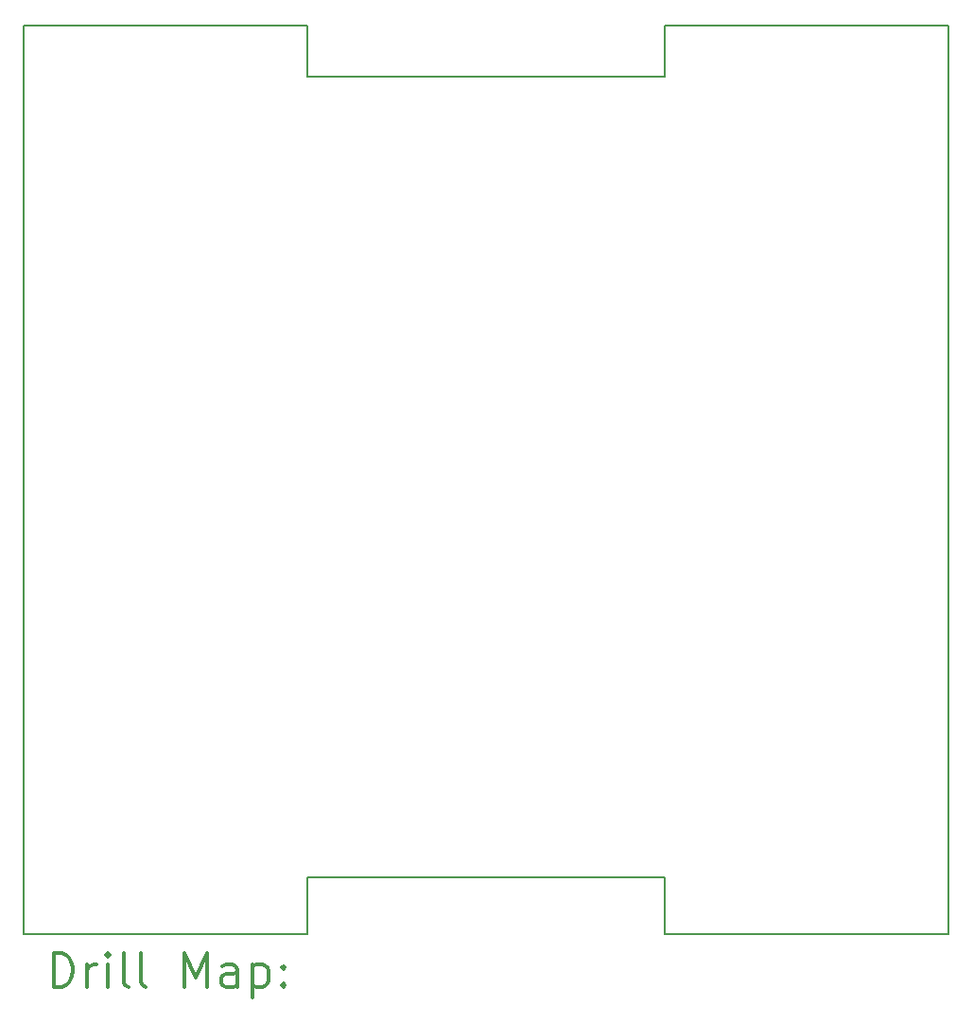
<source format=gbr>
%FSLAX45Y45*%
G04 Gerber Fmt 4.5, Leading zero omitted, Abs format (unit mm)*
G04 Created by KiCad (PCBNEW no-vcs-found-product) date Qui 14 Abr 2016 10:24:15 BRT*
%MOMM*%
G01*
G04 APERTURE LIST*
%ADD10C,0.127000*%
%ADD11C,0.150000*%
%ADD12C,0.200000*%
%ADD13C,0.300000*%
G04 APERTURE END LIST*
D10*
D11*
X6070600Y-11023600D02*
X5003800Y-11023600D01*
X7137400Y-11023600D02*
X6070600Y-11023600D01*
X8204200Y-11023600D02*
X7137400Y-11023600D01*
X5003800Y-11023600D02*
X5003800Y-11531600D01*
X8204200Y-11531600D02*
X8204200Y-11023600D01*
X8204200Y-3403600D02*
X8204200Y-3860800D01*
X5003800Y-3403600D02*
X5003800Y-3860800D01*
X10744200Y-3403600D02*
X10744200Y-11531600D01*
X10744200Y-11531600D02*
X8204200Y-11531600D01*
X8204200Y-3403600D02*
X10744200Y-3403600D01*
X2463800Y-3403600D02*
X5003800Y-3403600D01*
X2463800Y-11531600D02*
X2463800Y-3403600D01*
X5003800Y-11531600D02*
X2463800Y-11531600D01*
X7137400Y-3860800D02*
X8204200Y-3860800D01*
X6070600Y-3860800D02*
X7137400Y-3860800D01*
X5003800Y-3860800D02*
X6070600Y-3860800D01*
D12*
D13*
X2727728Y-12004814D02*
X2727728Y-11704814D01*
X2799157Y-11704814D01*
X2842014Y-11719100D01*
X2870586Y-11747671D01*
X2884871Y-11776243D01*
X2899157Y-11833386D01*
X2899157Y-11876243D01*
X2884871Y-11933386D01*
X2870586Y-11961957D01*
X2842014Y-11990529D01*
X2799157Y-12004814D01*
X2727728Y-12004814D01*
X3027728Y-12004814D02*
X3027728Y-11804814D01*
X3027728Y-11861957D02*
X3042014Y-11833386D01*
X3056300Y-11819100D01*
X3084871Y-11804814D01*
X3113443Y-11804814D01*
X3213443Y-12004814D02*
X3213443Y-11804814D01*
X3213443Y-11704814D02*
X3199157Y-11719100D01*
X3213443Y-11733386D01*
X3227728Y-11719100D01*
X3213443Y-11704814D01*
X3213443Y-11733386D01*
X3399157Y-12004814D02*
X3370586Y-11990529D01*
X3356300Y-11961957D01*
X3356300Y-11704814D01*
X3556300Y-12004814D02*
X3527728Y-11990529D01*
X3513443Y-11961957D01*
X3513443Y-11704814D01*
X3899157Y-12004814D02*
X3899157Y-11704814D01*
X3999157Y-11919100D01*
X4099157Y-11704814D01*
X4099157Y-12004814D01*
X4370586Y-12004814D02*
X4370586Y-11847671D01*
X4356300Y-11819100D01*
X4327728Y-11804814D01*
X4270586Y-11804814D01*
X4242014Y-11819100D01*
X4370586Y-11990529D02*
X4342014Y-12004814D01*
X4270586Y-12004814D01*
X4242014Y-11990529D01*
X4227728Y-11961957D01*
X4227728Y-11933386D01*
X4242014Y-11904814D01*
X4270586Y-11890529D01*
X4342014Y-11890529D01*
X4370586Y-11876243D01*
X4513443Y-11804814D02*
X4513443Y-12104814D01*
X4513443Y-11819100D02*
X4542014Y-11804814D01*
X4599157Y-11804814D01*
X4627728Y-11819100D01*
X4642014Y-11833386D01*
X4656300Y-11861957D01*
X4656300Y-11947671D01*
X4642014Y-11976243D01*
X4627728Y-11990529D01*
X4599157Y-12004814D01*
X4542014Y-12004814D01*
X4513443Y-11990529D01*
X4784871Y-11976243D02*
X4799157Y-11990529D01*
X4784871Y-12004814D01*
X4770586Y-11990529D01*
X4784871Y-11976243D01*
X4784871Y-12004814D01*
X4784871Y-11819100D02*
X4799157Y-11833386D01*
X4784871Y-11847671D01*
X4770586Y-11833386D01*
X4784871Y-11819100D01*
X4784871Y-11847671D01*
M02*

</source>
